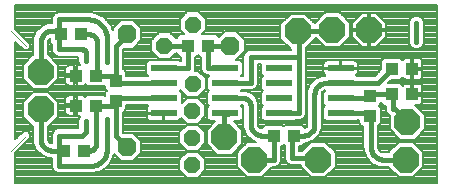
<source format=gtl>
G75*
G70*
%OFA0B0*%
%FSLAX24Y24*%
%IPPOS*%
%LPD*%
%AMOC8*
5,1,8,0,0,1.08239X$1,22.5*
%
%ADD10R,0.0866X0.0236*%
%ADD11OC8,0.0560*%
%ADD12OC8,0.0630*%
%ADD13OC8,0.0850*%
%ADD14R,0.0394X0.0433*%
%ADD15R,0.0433X0.0394*%
%ADD16C,0.0080*%
%ADD17C,0.0160*%
%ADD18C,0.0000*%
D10*
X005245Y004261D03*
X007292Y004261D03*
X005245Y004761D03*
X005245Y003761D03*
X005245Y003261D03*
X007292Y004761D03*
X007292Y003761D03*
X007292Y003261D03*
X011142Y003761D03*
X009095Y003761D03*
X011142Y003261D03*
X011142Y004261D03*
X011142Y004761D03*
X009095Y003261D03*
X009095Y004261D03*
X009095Y004761D03*
D11*
X005268Y005511D03*
X006218Y004236D03*
X006193Y002436D03*
X006193Y003336D03*
X006193Y001536D03*
X006218Y006211D03*
D12*
X007468Y005511D03*
X004018Y005886D03*
X004018Y002136D03*
D13*
X008268Y001711D03*
X007268Y002461D03*
X012093Y006036D03*
X010868Y006036D03*
X001143Y003386D03*
X001143Y004636D03*
X013318Y001711D03*
X013368Y002961D03*
X010393Y001711D03*
X009718Y005986D03*
D14*
X003643Y003677D03*
X003643Y004346D03*
X006059Y005511D03*
X006728Y005511D03*
X001934Y002011D03*
X002603Y002011D03*
X001809Y005886D03*
X002478Y005886D03*
X013528Y004736D03*
X012859Y004736D03*
X012859Y003886D03*
X013528Y003886D03*
D15*
X002978Y004511D03*
X002309Y004511D03*
X002309Y003511D03*
X002978Y003511D03*
X009578Y002511D03*
X008909Y002511D03*
X012118Y003177D03*
X012118Y003846D03*
D16*
X014354Y000921D02*
X000303Y000921D01*
X000303Y001945D01*
X000803Y002445D01*
X000803Y002578D01*
X000710Y002671D01*
X000577Y002671D01*
X000303Y002398D01*
X000303Y005625D01*
X000577Y005351D01*
X000710Y005351D01*
X000803Y005445D01*
X000803Y005578D01*
X000303Y006078D01*
X000303Y006848D01*
X014354Y006851D01*
X014354Y000921D01*
X013428Y006309D02*
X013428Y005589D01*
X013465Y005500D01*
X013532Y005433D01*
X013621Y005396D01*
X013716Y005396D01*
X013804Y005433D01*
X013872Y005500D01*
X013908Y005589D01*
X013908Y006309D01*
X013872Y006397D01*
X013804Y006465D01*
X013716Y006501D01*
X013621Y006501D01*
X013532Y006465D01*
X013465Y006397D01*
X013428Y006309D01*
X006633Y001354D02*
X006633Y001719D01*
X006376Y001976D01*
X006011Y001976D01*
X005753Y001719D01*
X005753Y001354D01*
X006011Y001096D01*
X006376Y001096D01*
X006633Y001354D01*
X011859Y005471D02*
X012053Y005471D01*
X012053Y005996D01*
X012133Y005996D01*
X012133Y005471D01*
X012327Y005471D01*
X012658Y005802D01*
X012658Y005996D01*
X012134Y005996D01*
X012134Y006076D01*
X012658Y006076D01*
X012658Y006270D01*
X012327Y006601D01*
X012133Y006601D01*
X012133Y006077D01*
X012053Y006077D01*
X012053Y006601D01*
X011859Y006601D01*
X011528Y006270D01*
X011528Y006076D01*
X012053Y006076D01*
X012053Y005996D01*
X011528Y005996D01*
X011528Y005802D01*
X011859Y005471D01*
X013568Y004243D02*
X013568Y003927D01*
X013488Y003927D01*
X013488Y004243D01*
X013313Y004243D01*
X013277Y004233D01*
X013245Y004215D01*
X013219Y004189D01*
X013211Y004174D01*
X013122Y004263D01*
X012731Y004263D01*
X012826Y004360D01*
X013122Y004360D01*
X013211Y004449D01*
X013219Y004434D01*
X013245Y004408D01*
X013277Y004389D01*
X013313Y004380D01*
X013488Y004380D01*
X013488Y004696D01*
X013568Y004696D01*
X013568Y004380D01*
X013743Y004380D01*
X013779Y004389D01*
X013811Y004408D01*
X013837Y004434D01*
X013855Y004466D01*
X013865Y004501D01*
X013865Y004696D01*
X013568Y004696D01*
X013568Y004776D01*
X013865Y004776D01*
X013865Y004971D01*
X013855Y005007D01*
X013837Y005039D01*
X013811Y005065D01*
X013779Y005083D01*
X013743Y005093D01*
X013568Y005093D01*
X013568Y004777D01*
X013488Y004777D01*
X013488Y005093D01*
X013313Y005093D01*
X013277Y005083D01*
X013245Y005065D01*
X013219Y005039D01*
X013211Y005024D01*
X013122Y005113D01*
X012596Y005113D01*
X012502Y005019D01*
X012502Y004715D01*
X012293Y004501D01*
X011680Y004501D01*
X011654Y004527D01*
X011661Y004531D01*
X011687Y004557D01*
X011706Y004589D01*
X011715Y004625D01*
X011715Y004742D01*
X011161Y004742D01*
X011161Y004780D01*
X011715Y004780D01*
X011715Y004898D01*
X011706Y004934D01*
X011687Y004965D01*
X011661Y004992D01*
X011629Y005010D01*
X011594Y005019D01*
X011161Y005019D01*
X011161Y004781D01*
X011123Y004781D01*
X011123Y005019D01*
X010691Y005019D01*
X010655Y005010D01*
X010623Y004992D01*
X010597Y004965D01*
X010579Y004934D01*
X010569Y004898D01*
X010569Y004780D01*
X011123Y004780D01*
X011123Y004742D01*
X010569Y004742D01*
X010569Y004625D01*
X010579Y004589D01*
X010597Y004557D01*
X010623Y004531D01*
X010630Y004527D01*
X010605Y004501D01*
X010596Y004501D01*
X010521Y004501D01*
X010295Y004408D01*
X010295Y004408D01*
X010122Y004235D01*
X010122Y004235D01*
X010122Y004235D01*
X010028Y004009D01*
X010028Y004009D01*
X010028Y003934D01*
X010028Y002886D01*
X010026Y002860D01*
X010006Y002811D01*
X009968Y002774D01*
X009955Y002768D01*
X009955Y002775D01*
X009861Y002868D01*
X009295Y002868D01*
X009243Y002816D01*
X009192Y002868D01*
X008626Y002868D01*
X008532Y002775D01*
X008532Y002751D01*
X008518Y002751D01*
X008492Y002754D01*
X008443Y002774D01*
X008406Y002811D01*
X008386Y002860D01*
X008383Y002886D01*
X008383Y002925D01*
X008383Y002934D01*
X008383Y003559D01*
X008383Y003559D01*
X008383Y003609D01*
X008383Y003609D01*
X008309Y003789D01*
X008309Y003789D01*
X008171Y003927D01*
X008171Y003927D01*
X007991Y004001D01*
X007991Y004001D01*
X007941Y004001D01*
X007941Y004001D01*
X007894Y004001D01*
X007893Y004001D01*
X007846Y004001D01*
X007830Y004001D01*
X007819Y004011D01*
X007829Y004021D01*
X008191Y004021D01*
X008279Y004058D01*
X008347Y004125D01*
X008383Y004214D01*
X008383Y004309D01*
X008383Y004896D01*
X008502Y004896D01*
X008502Y004577D01*
X008567Y004511D01*
X008502Y004446D01*
X008502Y004077D01*
X008567Y004011D01*
X008502Y003946D01*
X008502Y003577D01*
X008567Y003511D01*
X008502Y003446D01*
X008502Y003077D01*
X008595Y002983D01*
X009594Y002983D01*
X009632Y003021D01*
X009696Y003021D01*
X009791Y003021D01*
X009879Y003058D01*
X009947Y003125D01*
X009983Y003214D01*
X009983Y005089D01*
X009983Y005424D01*
X010303Y005744D01*
X010303Y005771D01*
X010306Y005771D01*
X010626Y005451D01*
X011111Y005451D01*
X011453Y005794D01*
X011453Y006279D01*
X011111Y006621D01*
X010626Y006621D01*
X010283Y006279D01*
X010283Y006251D01*
X010281Y006251D01*
X009961Y006571D01*
X009476Y006571D01*
X009133Y006229D01*
X009133Y005744D01*
X009476Y005401D01*
X009503Y005401D01*
X009503Y005376D01*
X008096Y005376D01*
X008007Y005340D01*
X007940Y005272D01*
X007903Y005184D01*
X007903Y005089D01*
X007903Y004501D01*
X007829Y004501D01*
X007819Y004511D01*
X007885Y004577D01*
X007885Y004946D01*
X007791Y005039D01*
X007668Y005039D01*
X007943Y005315D01*
X007943Y005708D01*
X007665Y005986D01*
X007272Y005986D01*
X007082Y005797D01*
X006991Y005888D01*
X006517Y005888D01*
X006658Y006029D01*
X006658Y006394D01*
X006401Y006651D01*
X006036Y006651D01*
X005778Y006394D01*
X005778Y006029D01*
X005920Y005888D01*
X005796Y005888D01*
X005702Y005794D01*
X005702Y005751D01*
X005651Y005751D01*
X005451Y005951D01*
X005086Y005951D01*
X004828Y005694D01*
X004828Y005329D01*
X005086Y005071D01*
X005451Y005071D01*
X005651Y005271D01*
X005702Y005271D01*
X005702Y005229D01*
X005796Y005135D01*
X005819Y005135D01*
X005819Y005001D01*
X005782Y005001D01*
X005744Y005039D01*
X004745Y005039D01*
X004652Y004946D01*
X004652Y004577D01*
X004717Y004511D01*
X004707Y004501D01*
X004000Y004501D01*
X004000Y004629D01*
X003907Y004723D01*
X003883Y004723D01*
X003883Y005411D01*
X004215Y005411D01*
X004493Y005690D01*
X004493Y006083D01*
X004215Y006361D01*
X003822Y006361D01*
X003543Y006083D01*
X003543Y006028D01*
X003490Y006192D01*
X003490Y006192D01*
X003267Y006455D01*
X003267Y006455D01*
X003267Y006455D01*
X002959Y006612D01*
X002959Y006612D01*
X002825Y006623D01*
X002816Y006626D01*
X002778Y006626D01*
X002740Y006629D01*
X002731Y006626D01*
X001721Y006626D01*
X001632Y006590D01*
X001565Y006522D01*
X001528Y006434D01*
X001528Y006339D01*
X001528Y006251D01*
X001471Y006251D01*
X001396Y006251D01*
X001396Y006251D01*
X001170Y006158D01*
X001170Y006158D01*
X000997Y005985D01*
X000997Y005985D01*
X000903Y005759D01*
X000903Y005759D01*
X000903Y005684D01*
X000903Y005221D01*
X000901Y005221D01*
X000558Y004879D01*
X000558Y004394D01*
X000901Y004051D01*
X001386Y004051D01*
X001728Y004394D01*
X001728Y004879D01*
X001386Y005221D01*
X001383Y005221D01*
X001383Y005636D01*
X001386Y005663D01*
X001406Y005711D01*
X001443Y005749D01*
X001452Y005752D01*
X001452Y005604D01*
X001528Y005527D01*
X001528Y005434D01*
X001528Y005339D01*
X001565Y005250D01*
X001632Y005183D01*
X001721Y005146D01*
X002403Y005146D01*
X002403Y004964D01*
X002440Y004875D01*
X002467Y004848D01*
X002349Y004848D01*
X002349Y004552D01*
X002269Y004552D01*
X002269Y004848D01*
X002074Y004848D01*
X002038Y004839D01*
X002006Y004820D01*
X001980Y004794D01*
X001962Y004762D01*
X001952Y004727D01*
X001952Y004551D01*
X002269Y004551D01*
X002269Y004471D01*
X001952Y004471D01*
X001952Y004296D01*
X001962Y004261D01*
X001980Y004229D01*
X002006Y004203D01*
X002038Y004184D01*
X002074Y004175D01*
X002269Y004175D01*
X002269Y004471D01*
X002349Y004471D01*
X002349Y004175D01*
X002544Y004175D01*
X002579Y004184D01*
X002611Y004203D01*
X002629Y004221D01*
X002695Y004155D01*
X003261Y004155D01*
X003287Y004180D01*
X003287Y004063D01*
X003338Y004011D01*
X003287Y003960D01*
X003287Y003842D01*
X003261Y003868D01*
X002695Y003868D01*
X002629Y003802D01*
X002611Y003820D01*
X002579Y003839D01*
X002544Y003848D01*
X002349Y003848D01*
X002349Y003552D01*
X002269Y003552D01*
X002269Y003848D01*
X002074Y003848D01*
X002038Y003839D01*
X002006Y003820D01*
X001980Y003794D01*
X001962Y003762D01*
X001952Y003727D01*
X001952Y003551D01*
X002269Y003551D01*
X002269Y003471D01*
X001952Y003471D01*
X001952Y003296D01*
X001962Y003261D01*
X001980Y003229D01*
X002006Y003203D01*
X002038Y003184D01*
X002074Y003175D01*
X002269Y003175D01*
X002269Y003471D01*
X002349Y003471D01*
X002349Y003175D01*
X002467Y003175D01*
X002440Y003147D01*
X002403Y003059D01*
X002403Y002751D01*
X001721Y002751D01*
X001632Y002715D01*
X001565Y002647D01*
X001528Y002559D01*
X001528Y002464D01*
X001528Y002251D01*
X001518Y002251D01*
X001492Y002254D01*
X001443Y002274D01*
X001443Y002274D01*
X001406Y002311D01*
X001386Y002360D01*
X001383Y002386D01*
X001383Y002434D01*
X001383Y002801D01*
X001386Y002801D01*
X001728Y003144D01*
X001728Y003629D01*
X001386Y003971D01*
X000901Y003971D01*
X000558Y003629D01*
X000558Y003144D01*
X000901Y002801D01*
X000903Y002801D01*
X000903Y002434D01*
X000903Y002386D01*
X000903Y002264D01*
X000903Y002264D01*
X000997Y002038D01*
X000997Y002038D01*
X001170Y001865D01*
X001396Y001771D01*
X001471Y001771D01*
X001528Y001771D01*
X001528Y001559D01*
X001528Y001464D01*
X001565Y001375D01*
X001632Y001308D01*
X001721Y001271D01*
X002754Y001271D01*
X002889Y001255D01*
X002889Y001255D01*
X003179Y001336D01*
X003179Y001336D01*
X003415Y001521D01*
X003416Y001521D01*
X003416Y001521D01*
X003563Y001783D01*
X003563Y001783D01*
X003578Y001900D01*
X003579Y001904D01*
X003822Y001661D01*
X004215Y001661D01*
X004493Y001940D01*
X004493Y002333D01*
X004215Y002611D01*
X003883Y002611D01*
X003883Y003300D01*
X003907Y003300D01*
X004000Y003394D01*
X004000Y003521D01*
X004707Y003521D01*
X004733Y003496D01*
X004726Y003492D01*
X004700Y003465D01*
X004681Y003434D01*
X004672Y003398D01*
X004672Y003280D01*
X005226Y003280D01*
X005226Y003242D01*
X004672Y003242D01*
X004672Y003125D01*
X004681Y003089D01*
X004700Y003057D01*
X004726Y003031D01*
X004758Y003013D01*
X004793Y003003D01*
X005226Y003003D01*
X005226Y003242D01*
X005264Y003242D01*
X005264Y003003D01*
X005696Y003003D01*
X005732Y003013D01*
X005764Y003031D01*
X005790Y003057D01*
X005808Y003089D01*
X005810Y003097D01*
X006011Y002896D01*
X006376Y002896D01*
X006633Y003154D01*
X006633Y003519D01*
X006376Y003776D01*
X006011Y003776D01*
X005838Y003603D01*
X005838Y003946D01*
X005772Y004011D01*
X005797Y004036D01*
X006036Y003796D01*
X006401Y003796D01*
X006658Y004054D01*
X006658Y004419D01*
X006401Y004676D01*
X006283Y004676D01*
X006299Y004714D01*
X006299Y005135D01*
X006322Y005135D01*
X006393Y005206D01*
X006465Y005135D01*
X006488Y005135D01*
X006488Y004714D01*
X006525Y004625D01*
X006592Y004558D01*
X006680Y004521D01*
X006755Y004521D01*
X006765Y004511D01*
X006699Y004446D01*
X006699Y004077D01*
X006765Y004011D01*
X006699Y003946D01*
X006699Y003577D01*
X006765Y003511D01*
X006699Y003446D01*
X006699Y003077D01*
X006793Y002983D01*
X006963Y002983D01*
X006683Y002704D01*
X006683Y002219D01*
X007026Y001876D01*
X007511Y001876D01*
X007853Y002219D01*
X007853Y002704D01*
X007574Y002983D01*
X007791Y002983D01*
X007885Y003077D01*
X007885Y003446D01*
X007819Y003511D01*
X007830Y003521D01*
X007846Y003521D01*
X007893Y003521D01*
X007895Y003521D01*
X007899Y003520D01*
X007902Y003517D01*
X007903Y003513D01*
X007903Y003511D01*
X007903Y002934D01*
X007903Y002925D01*
X007903Y002839D01*
X007903Y002764D01*
X007903Y002764D01*
X007997Y002538D01*
X007997Y002538D01*
X008170Y002365D01*
X008170Y002365D01*
X008336Y002296D01*
X008026Y002296D01*
X007683Y001954D01*
X007683Y001469D01*
X008026Y001126D01*
X008511Y001126D01*
X008853Y001469D01*
X008853Y001471D01*
X008861Y001471D01*
X008957Y001471D01*
X009045Y001508D01*
X009112Y001575D01*
X009149Y001664D01*
X009149Y002155D01*
X009192Y002155D01*
X009243Y002206D01*
X009278Y002171D01*
X009278Y001809D01*
X009278Y001714D01*
X009315Y001625D01*
X009382Y001558D01*
X009471Y001521D01*
X009808Y001521D01*
X009808Y001469D01*
X010151Y001126D01*
X010636Y001126D01*
X010978Y001469D01*
X010978Y001954D01*
X010636Y002296D01*
X010151Y002296D01*
X009856Y002001D01*
X009758Y002001D01*
X009758Y002155D01*
X009861Y002155D01*
X009955Y002248D01*
X009955Y002271D01*
X010016Y002271D01*
X010016Y002271D01*
X010242Y002365D01*
X010242Y002365D01*
X010415Y002538D01*
X010415Y002538D01*
X010508Y002764D01*
X010508Y002764D01*
X010508Y002839D01*
X010508Y003887D01*
X010511Y003913D01*
X010531Y003961D01*
X010568Y003999D01*
X010610Y004016D01*
X010615Y004011D01*
X010549Y003946D01*
X010549Y003577D01*
X010615Y003511D01*
X010549Y003446D01*
X010549Y003077D01*
X010643Y002983D01*
X011641Y002983D01*
X011680Y003021D01*
X011742Y003021D01*
X011742Y002914D01*
X011836Y002820D01*
X011903Y002820D01*
X011903Y002089D01*
X011904Y002089D01*
X011904Y002004D01*
X011904Y002004D01*
X012005Y001760D01*
X012005Y001760D01*
X012192Y001573D01*
X012192Y001573D01*
X012436Y001471D01*
X012436Y001471D01*
X012521Y001471D01*
X012521Y001471D01*
X012733Y001471D01*
X012733Y001469D01*
X013076Y001126D01*
X013561Y001126D01*
X013903Y001469D01*
X013903Y001954D01*
X013561Y002296D01*
X013076Y002296D01*
X012733Y001954D01*
X012733Y001951D01*
X012568Y001951D01*
X012532Y001955D01*
X012466Y001983D01*
X012415Y002034D01*
X012387Y002100D01*
X012383Y002136D01*
X012383Y002820D01*
X012401Y002820D01*
X012495Y002914D01*
X012495Y003440D01*
X012423Y003511D01*
X012495Y003583D01*
X012495Y003646D01*
X012502Y003646D01*
X012502Y003604D01*
X012596Y003510D01*
X012653Y003510D01*
X012653Y003434D01*
X012653Y003339D01*
X012690Y003250D01*
X012757Y003183D01*
X012783Y003172D01*
X012783Y002719D01*
X013126Y002376D01*
X013611Y002376D01*
X013953Y002719D01*
X013953Y003204D01*
X013627Y003530D01*
X013743Y003530D01*
X013779Y003539D01*
X013811Y003558D01*
X013837Y003584D01*
X013855Y003616D01*
X013865Y003651D01*
X013865Y003846D01*
X013568Y003846D01*
X013568Y003926D01*
X013865Y003926D01*
X013865Y004121D01*
X013855Y004157D01*
X013837Y004189D01*
X013811Y004215D01*
X013779Y004233D01*
X013743Y004243D01*
X013568Y004243D01*
X006633Y002254D02*
X006633Y002619D01*
X006376Y002876D01*
X006011Y002876D01*
X005753Y002619D01*
X005753Y002254D01*
X006011Y001996D01*
X006376Y001996D01*
X006633Y002254D01*
X000303Y000955D02*
X014354Y000955D01*
X014354Y001033D02*
X000303Y001033D01*
X000303Y001112D02*
X005996Y001112D01*
X006391Y001112D02*
X014354Y001112D01*
X005917Y001190D02*
X000303Y001190D01*
X006470Y001190D02*
X007962Y001190D01*
X008575Y001190D02*
X010087Y001190D01*
X010700Y001190D02*
X013012Y001190D01*
X013625Y001190D02*
X014354Y001190D01*
X002774Y001269D02*
X000303Y001269D01*
X002939Y001269D02*
X005839Y001269D01*
X006548Y001269D02*
X007884Y001269D01*
X008653Y001269D02*
X010009Y001269D01*
X010778Y001269D02*
X012934Y001269D01*
X013703Y001269D02*
X014354Y001269D01*
X001593Y001347D02*
X000303Y001347D01*
X003194Y001347D02*
X005760Y001347D01*
X006627Y001347D02*
X007805Y001347D01*
X008732Y001347D02*
X009930Y001347D01*
X010857Y001347D02*
X012855Y001347D01*
X013782Y001347D02*
X014354Y001347D01*
X001544Y001426D02*
X000303Y001426D01*
X003294Y001426D02*
X005753Y001426D01*
X006633Y001426D02*
X007727Y001426D01*
X008810Y001426D02*
X009852Y001426D01*
X010935Y001426D02*
X012777Y001426D01*
X013860Y001426D02*
X014354Y001426D01*
X001528Y001505D02*
X000303Y001505D01*
X003394Y001505D02*
X005753Y001505D01*
X006633Y001505D02*
X007683Y001505D01*
X009036Y001505D02*
X009808Y001505D01*
X010978Y001505D02*
X012356Y001505D01*
X013903Y001505D02*
X014354Y001505D01*
X001528Y001583D02*
X000303Y001583D01*
X003451Y001583D02*
X005753Y001583D01*
X006633Y001583D02*
X007683Y001583D01*
X009115Y001583D02*
X009357Y001583D01*
X010978Y001583D02*
X012181Y001583D01*
X013903Y001583D02*
X014354Y001583D01*
X001528Y001662D02*
X000303Y001662D01*
X003495Y001662D02*
X003821Y001662D01*
X004215Y001662D02*
X005753Y001662D01*
X006633Y001662D02*
X007683Y001662D01*
X009148Y001662D02*
X009300Y001662D01*
X010978Y001662D02*
X012103Y001662D01*
X013903Y001662D02*
X014354Y001662D01*
X001528Y001740D02*
X000303Y001740D01*
X003539Y001740D02*
X003743Y001740D01*
X004294Y001740D02*
X005775Y001740D01*
X006612Y001740D02*
X007683Y001740D01*
X009149Y001740D02*
X009278Y001740D01*
X010978Y001740D02*
X012024Y001740D01*
X013903Y001740D02*
X014354Y001740D01*
X001282Y001819D02*
X000303Y001819D01*
X003568Y001819D02*
X003664Y001819D01*
X004372Y001819D02*
X005854Y001819D01*
X006533Y001819D02*
X007683Y001819D01*
X009149Y001819D02*
X009278Y001819D01*
X010978Y001819D02*
X011980Y001819D01*
X013903Y001819D02*
X014354Y001819D01*
X001138Y001897D02*
X000303Y001897D01*
X003577Y001897D02*
X003586Y001897D01*
X004451Y001897D02*
X005932Y001897D01*
X006455Y001897D02*
X007005Y001897D01*
X007532Y001897D02*
X007683Y001897D01*
X009149Y001897D02*
X009278Y001897D01*
X010978Y001897D02*
X011948Y001897D01*
X013903Y001897D02*
X014354Y001897D01*
X001059Y001976D02*
X000334Y001976D01*
X004493Y001976D02*
X006011Y001976D01*
X006376Y001976D02*
X006927Y001976D01*
X007610Y001976D02*
X007706Y001976D01*
X009149Y001976D02*
X009278Y001976D01*
X010956Y001976D02*
X011915Y001976D01*
X012482Y001976D02*
X012756Y001976D01*
X013881Y001976D02*
X014354Y001976D01*
X000990Y002054D02*
X000413Y002054D01*
X004493Y002054D02*
X005953Y002054D01*
X006434Y002054D02*
X006848Y002054D01*
X007689Y002054D02*
X007784Y002054D01*
X009149Y002054D02*
X009278Y002054D01*
X009758Y002054D02*
X009909Y002054D01*
X010878Y002054D02*
X011904Y002054D01*
X012406Y002054D02*
X012834Y002054D01*
X013803Y002054D02*
X014354Y002054D01*
X000958Y002133D02*
X000491Y002133D01*
X004493Y002133D02*
X005875Y002133D01*
X006512Y002133D02*
X006770Y002133D01*
X007767Y002133D02*
X007863Y002133D01*
X009149Y002133D02*
X009278Y002133D01*
X009758Y002133D02*
X009988Y002133D01*
X010799Y002133D02*
X011903Y002133D01*
X012384Y002133D02*
X012913Y002133D01*
X013724Y002133D02*
X014354Y002133D01*
X000925Y002211D02*
X000570Y002211D01*
X004493Y002211D02*
X005796Y002211D01*
X006591Y002211D02*
X006691Y002211D01*
X007846Y002211D02*
X007941Y002211D01*
X009918Y002211D02*
X010066Y002211D01*
X010721Y002211D02*
X011903Y002211D01*
X012383Y002211D02*
X012991Y002211D01*
X013646Y002211D02*
X014354Y002211D01*
X000903Y002290D02*
X000648Y002290D01*
X001428Y002290D02*
X001528Y002290D01*
X004493Y002290D02*
X005753Y002290D01*
X006633Y002290D02*
X006683Y002290D01*
X007853Y002290D02*
X008020Y002290D01*
X010061Y002290D02*
X010145Y002290D01*
X010642Y002290D02*
X011903Y002290D01*
X012383Y002290D02*
X013070Y002290D01*
X013567Y002290D02*
X014354Y002290D01*
X000903Y002369D02*
X000727Y002369D01*
X001385Y002369D02*
X001528Y002369D01*
X004458Y002369D02*
X005753Y002369D01*
X006633Y002369D02*
X006683Y002369D01*
X007853Y002369D02*
X008167Y002369D01*
X010245Y002369D02*
X011903Y002369D01*
X012383Y002369D02*
X014354Y002369D01*
X000353Y002447D02*
X000303Y002447D01*
X000803Y002447D02*
X000903Y002447D01*
X001383Y002447D02*
X001528Y002447D01*
X004380Y002447D02*
X005753Y002447D01*
X006633Y002447D02*
X006683Y002447D01*
X007853Y002447D02*
X008088Y002447D01*
X010324Y002447D02*
X011903Y002447D01*
X012383Y002447D02*
X013056Y002447D01*
X013681Y002447D02*
X014354Y002447D01*
X000431Y002526D02*
X000303Y002526D01*
X000803Y002526D02*
X000903Y002526D01*
X001383Y002526D02*
X001528Y002526D01*
X004301Y002526D02*
X005753Y002526D01*
X006633Y002526D02*
X006683Y002526D01*
X007853Y002526D02*
X008010Y002526D01*
X010402Y002526D02*
X011903Y002526D01*
X012383Y002526D02*
X012977Y002526D01*
X013760Y002526D02*
X014354Y002526D01*
X000510Y002604D02*
X000303Y002604D01*
X000777Y002604D02*
X000903Y002604D01*
X001383Y002604D02*
X001547Y002604D01*
X004222Y002604D02*
X005753Y002604D01*
X006633Y002604D02*
X006683Y002604D01*
X007853Y002604D02*
X007970Y002604D01*
X010442Y002604D02*
X011903Y002604D01*
X012383Y002604D02*
X012898Y002604D01*
X013838Y002604D02*
X014354Y002604D01*
X000903Y002683D02*
X000303Y002683D01*
X001383Y002683D02*
X001600Y002683D01*
X003883Y002683D02*
X005818Y002683D01*
X006569Y002683D02*
X006683Y002683D01*
X007853Y002683D02*
X007937Y002683D01*
X010475Y002683D02*
X011903Y002683D01*
X012383Y002683D02*
X012820Y002683D01*
X013917Y002683D02*
X014354Y002683D01*
X000903Y002761D02*
X000303Y002761D01*
X001383Y002761D02*
X002403Y002761D01*
X003883Y002761D02*
X005896Y002761D01*
X006491Y002761D02*
X006741Y002761D01*
X007796Y002761D02*
X007905Y002761D01*
X008475Y002761D02*
X008532Y002761D01*
X010507Y002761D02*
X011903Y002761D01*
X012383Y002761D02*
X012783Y002761D01*
X013953Y002761D02*
X014354Y002761D01*
X000863Y002840D02*
X000303Y002840D01*
X001424Y002840D02*
X002403Y002840D01*
X003883Y002840D02*
X005975Y002840D01*
X006412Y002840D02*
X006820Y002840D01*
X007717Y002840D02*
X007903Y002840D01*
X008394Y002840D02*
X008598Y002840D01*
X009220Y002840D02*
X009267Y002840D01*
X009889Y002840D02*
X010017Y002840D01*
X010508Y002840D02*
X011816Y002840D01*
X012421Y002840D02*
X012783Y002840D01*
X013953Y002840D02*
X014354Y002840D01*
X000784Y002918D02*
X000303Y002918D01*
X001503Y002918D02*
X002403Y002918D01*
X003883Y002918D02*
X005989Y002918D01*
X006398Y002918D02*
X006898Y002918D01*
X007639Y002918D02*
X007903Y002918D01*
X008383Y002918D02*
X010028Y002918D01*
X010508Y002918D02*
X011742Y002918D01*
X012495Y002918D02*
X012783Y002918D01*
X013953Y002918D02*
X014354Y002918D01*
X000706Y002997D02*
X000303Y002997D01*
X001581Y002997D02*
X002403Y002997D01*
X003883Y002997D02*
X005911Y002997D01*
X006476Y002997D02*
X006779Y002997D01*
X007805Y002997D02*
X007903Y002997D01*
X008383Y002997D02*
X008582Y002997D01*
X009608Y002997D02*
X010028Y002997D01*
X010508Y002997D02*
X010629Y002997D01*
X011655Y002997D02*
X011742Y002997D01*
X012495Y002997D02*
X012783Y002997D01*
X013953Y002997D02*
X014354Y002997D01*
X000627Y003075D02*
X000303Y003075D01*
X001660Y003075D02*
X002410Y003075D01*
X003883Y003075D02*
X004689Y003075D01*
X005226Y003075D02*
X005264Y003075D01*
X005800Y003075D02*
X005832Y003075D01*
X006555Y003075D02*
X006701Y003075D01*
X007884Y003075D02*
X007903Y003075D01*
X008383Y003075D02*
X008503Y003075D01*
X009897Y003075D02*
X010028Y003075D01*
X010508Y003075D02*
X010551Y003075D01*
X012495Y003075D02*
X012783Y003075D01*
X013953Y003075D02*
X014354Y003075D01*
X000558Y003154D02*
X000303Y003154D01*
X001728Y003154D02*
X002447Y003154D01*
X003883Y003154D02*
X004672Y003154D01*
X005226Y003154D02*
X005264Y003154D01*
X006633Y003154D02*
X006699Y003154D01*
X007885Y003154D02*
X007903Y003154D01*
X008383Y003154D02*
X008502Y003154D01*
X009959Y003154D02*
X010028Y003154D01*
X010508Y003154D02*
X010549Y003154D01*
X012495Y003154D02*
X012783Y003154D01*
X013953Y003154D02*
X014354Y003154D01*
X000558Y003232D02*
X000303Y003232D01*
X001728Y003232D02*
X001978Y003232D01*
X002269Y003232D02*
X002349Y003232D01*
X003883Y003232D02*
X004672Y003232D01*
X005226Y003232D02*
X005264Y003232D01*
X006633Y003232D02*
X006699Y003232D01*
X007885Y003232D02*
X007903Y003232D01*
X008383Y003232D02*
X008502Y003232D01*
X009983Y003232D02*
X010028Y003232D01*
X010508Y003232D02*
X010549Y003232D01*
X012495Y003232D02*
X012708Y003232D01*
X013925Y003232D02*
X014354Y003232D01*
X000558Y003311D02*
X000303Y003311D01*
X001728Y003311D02*
X001952Y003311D01*
X002269Y003311D02*
X002349Y003311D01*
X003917Y003311D02*
X004672Y003311D01*
X006633Y003311D02*
X006699Y003311D01*
X007885Y003311D02*
X007903Y003311D01*
X008383Y003311D02*
X008502Y003311D01*
X009983Y003311D02*
X010028Y003311D01*
X010508Y003311D02*
X010549Y003311D01*
X012495Y003311D02*
X012665Y003311D01*
X013846Y003311D02*
X014354Y003311D01*
X000558Y003390D02*
X000303Y003390D01*
X001728Y003390D02*
X001952Y003390D01*
X002269Y003390D02*
X002349Y003390D01*
X003996Y003390D02*
X004672Y003390D01*
X006633Y003390D02*
X006699Y003390D01*
X007885Y003390D02*
X007903Y003390D01*
X008383Y003390D02*
X008502Y003390D01*
X009983Y003390D02*
X010028Y003390D01*
X010508Y003390D02*
X010549Y003390D01*
X012495Y003390D02*
X012653Y003390D01*
X013768Y003390D02*
X014354Y003390D01*
X000558Y003468D02*
X000303Y003468D01*
X001728Y003468D02*
X001952Y003468D01*
X002269Y003468D02*
X002349Y003468D01*
X004000Y003468D02*
X004702Y003468D01*
X006633Y003468D02*
X006721Y003468D01*
X007863Y003468D02*
X007903Y003468D01*
X008383Y003468D02*
X008524Y003468D01*
X009983Y003468D02*
X010028Y003468D01*
X010508Y003468D02*
X010571Y003468D01*
X012467Y003468D02*
X012653Y003468D01*
X013689Y003468D02*
X014354Y003468D01*
X000558Y003547D02*
X000303Y003547D01*
X001728Y003547D02*
X002269Y003547D01*
X006605Y003547D02*
X006729Y003547D01*
X008383Y003547D02*
X008532Y003547D01*
X009983Y003547D02*
X010028Y003547D01*
X010508Y003547D02*
X010579Y003547D01*
X012459Y003547D02*
X012559Y003547D01*
X013791Y003547D02*
X014354Y003547D01*
X000558Y003625D02*
X000303Y003625D01*
X001728Y003625D02*
X001952Y003625D01*
X002269Y003625D02*
X002349Y003625D01*
X005838Y003625D02*
X005860Y003625D01*
X006527Y003625D02*
X006699Y003625D01*
X008377Y003625D02*
X008502Y003625D01*
X009983Y003625D02*
X010028Y003625D01*
X010508Y003625D02*
X010549Y003625D01*
X012495Y003625D02*
X012502Y003625D01*
X013858Y003625D02*
X014354Y003625D01*
X000634Y003704D02*
X000303Y003704D01*
X001653Y003704D02*
X001952Y003704D01*
X002269Y003704D02*
X002349Y003704D01*
X005838Y003704D02*
X005939Y003704D01*
X006448Y003704D02*
X006699Y003704D01*
X008344Y003704D02*
X008502Y003704D01*
X009983Y003704D02*
X010028Y003704D01*
X010508Y003704D02*
X010549Y003704D01*
X013865Y003704D02*
X014354Y003704D01*
X000712Y003782D02*
X000303Y003782D01*
X001575Y003782D02*
X001973Y003782D01*
X002269Y003782D02*
X002349Y003782D01*
X005838Y003782D02*
X006699Y003782D01*
X008312Y003782D02*
X008502Y003782D01*
X009983Y003782D02*
X010028Y003782D01*
X010508Y003782D02*
X010549Y003782D01*
X013865Y003782D02*
X014354Y003782D01*
X000791Y003861D02*
X000303Y003861D01*
X001496Y003861D02*
X002688Y003861D01*
X003268Y003861D02*
X003287Y003861D01*
X005838Y003861D02*
X005972Y003861D01*
X006465Y003861D02*
X006699Y003861D01*
X008237Y003861D02*
X008502Y003861D01*
X009983Y003861D02*
X010028Y003861D01*
X010508Y003861D02*
X010549Y003861D01*
X013568Y003861D02*
X014354Y003861D01*
X000869Y003939D02*
X000303Y003939D01*
X001418Y003939D02*
X003287Y003939D01*
X005838Y003939D02*
X005893Y003939D01*
X006544Y003939D02*
X006699Y003939D01*
X008141Y003939D02*
X008502Y003939D01*
X009983Y003939D02*
X010028Y003939D01*
X010522Y003939D02*
X010549Y003939D01*
X013488Y003939D02*
X013568Y003939D01*
X013865Y003939D02*
X014354Y003939D01*
X003332Y004018D02*
X000303Y004018D01*
X005779Y004018D02*
X005815Y004018D01*
X006622Y004018D02*
X006758Y004018D01*
X007826Y004018D02*
X008561Y004018D01*
X009983Y004018D02*
X010032Y004018D01*
X013488Y004018D02*
X013568Y004018D01*
X013865Y004018D02*
X014354Y004018D01*
X000856Y004096D02*
X000303Y004096D01*
X001431Y004096D02*
X003287Y004096D01*
X006658Y004096D02*
X006699Y004096D01*
X008318Y004096D02*
X008502Y004096D01*
X009983Y004096D02*
X010065Y004096D01*
X013488Y004096D02*
X013568Y004096D01*
X013865Y004096D02*
X014354Y004096D01*
X000778Y004175D02*
X000303Y004175D01*
X001509Y004175D02*
X002072Y004175D01*
X002269Y004175D02*
X002349Y004175D01*
X002545Y004175D02*
X002675Y004175D01*
X003281Y004175D02*
X003287Y004175D01*
X006658Y004175D02*
X006699Y004175D01*
X008367Y004175D02*
X008502Y004175D01*
X009983Y004175D02*
X010097Y004175D01*
X013210Y004175D02*
X013211Y004175D01*
X013488Y004175D02*
X013568Y004175D01*
X013845Y004175D02*
X014354Y004175D01*
X000699Y004254D02*
X000303Y004254D01*
X001588Y004254D02*
X001966Y004254D01*
X002269Y004254D02*
X002349Y004254D01*
X006658Y004254D02*
X006699Y004254D01*
X008383Y004254D02*
X008502Y004254D01*
X009983Y004254D02*
X010141Y004254D01*
X013131Y004254D02*
X014354Y004254D01*
X000620Y004332D02*
X000303Y004332D01*
X001666Y004332D02*
X001952Y004332D01*
X002269Y004332D02*
X002349Y004332D01*
X006658Y004332D02*
X006699Y004332D01*
X008383Y004332D02*
X008502Y004332D01*
X009983Y004332D02*
X010219Y004332D01*
X012799Y004332D02*
X014354Y004332D01*
X000558Y004411D02*
X000303Y004411D01*
X001728Y004411D02*
X001952Y004411D01*
X002269Y004411D02*
X002349Y004411D01*
X006658Y004411D02*
X006699Y004411D01*
X008383Y004411D02*
X008502Y004411D01*
X009983Y004411D02*
X010302Y004411D01*
X013173Y004411D02*
X013242Y004411D01*
X013488Y004411D02*
X013568Y004411D01*
X013814Y004411D02*
X014354Y004411D01*
X000558Y004489D02*
X000303Y004489D01*
X001728Y004489D02*
X002269Y004489D01*
X006588Y004489D02*
X006742Y004489D01*
X008383Y004489D02*
X008545Y004489D01*
X009983Y004489D02*
X010492Y004489D01*
X013488Y004489D02*
X013568Y004489D01*
X013862Y004489D02*
X014354Y004489D01*
X000558Y004568D02*
X000303Y004568D01*
X001728Y004568D02*
X001952Y004568D01*
X002269Y004568D02*
X002349Y004568D01*
X004000Y004568D02*
X004661Y004568D01*
X006509Y004568D02*
X006582Y004568D01*
X007876Y004568D02*
X007903Y004568D01*
X008383Y004568D02*
X008511Y004568D01*
X009983Y004568D02*
X010591Y004568D01*
X011693Y004568D02*
X012358Y004568D01*
X013488Y004568D02*
X013568Y004568D01*
X013865Y004568D02*
X014354Y004568D01*
X000558Y004646D02*
X000303Y004646D01*
X001728Y004646D02*
X001952Y004646D01*
X002269Y004646D02*
X002349Y004646D01*
X003983Y004646D02*
X004652Y004646D01*
X006431Y004646D02*
X006516Y004646D01*
X007885Y004646D02*
X007903Y004646D01*
X008383Y004646D02*
X008502Y004646D01*
X009983Y004646D02*
X010569Y004646D01*
X011715Y004646D02*
X012435Y004646D01*
X013488Y004646D02*
X013568Y004646D01*
X013865Y004646D02*
X014354Y004646D01*
X000558Y004725D02*
X000303Y004725D01*
X001728Y004725D02*
X001952Y004725D01*
X002269Y004725D02*
X002349Y004725D01*
X003883Y004725D02*
X004652Y004725D01*
X006299Y004725D02*
X006488Y004725D01*
X007885Y004725D02*
X007903Y004725D01*
X008383Y004725D02*
X008502Y004725D01*
X009983Y004725D02*
X010569Y004725D01*
X011715Y004725D02*
X012502Y004725D01*
X013568Y004725D02*
X014354Y004725D01*
X000558Y004803D02*
X000303Y004803D01*
X001728Y004803D02*
X001989Y004803D01*
X002269Y004803D02*
X002349Y004803D01*
X003883Y004803D02*
X004652Y004803D01*
X006299Y004803D02*
X006488Y004803D01*
X007885Y004803D02*
X007903Y004803D01*
X008383Y004803D02*
X008502Y004803D01*
X009983Y004803D02*
X010569Y004803D01*
X011123Y004803D02*
X011161Y004803D01*
X011715Y004803D02*
X012502Y004803D01*
X013488Y004803D02*
X013568Y004803D01*
X013865Y004803D02*
X014354Y004803D01*
X000562Y004882D02*
X000303Y004882D01*
X001725Y004882D02*
X002437Y004882D01*
X003883Y004882D02*
X004652Y004882D01*
X006299Y004882D02*
X006488Y004882D01*
X007885Y004882D02*
X007903Y004882D01*
X008383Y004882D02*
X008502Y004882D01*
X009983Y004882D02*
X010569Y004882D01*
X011123Y004882D02*
X011161Y004882D01*
X011715Y004882D02*
X012502Y004882D01*
X013488Y004882D02*
X013568Y004882D01*
X013865Y004882D02*
X014354Y004882D01*
X000640Y004960D02*
X000303Y004960D01*
X001647Y004960D02*
X002405Y004960D01*
X003883Y004960D02*
X004666Y004960D01*
X006299Y004960D02*
X006488Y004960D01*
X007870Y004960D02*
X007903Y004960D01*
X009983Y004960D02*
X010594Y004960D01*
X011123Y004960D02*
X011161Y004960D01*
X011690Y004960D02*
X012502Y004960D01*
X013488Y004960D02*
X013568Y004960D01*
X013865Y004960D02*
X014354Y004960D01*
X000719Y005039D02*
X000303Y005039D01*
X001568Y005039D02*
X002403Y005039D01*
X003883Y005039D02*
X004745Y005039D01*
X005745Y005039D02*
X005819Y005039D01*
X006299Y005039D02*
X006488Y005039D01*
X007792Y005039D02*
X007903Y005039D01*
X009983Y005039D02*
X012522Y005039D01*
X013196Y005039D02*
X013219Y005039D01*
X013488Y005039D02*
X013568Y005039D01*
X013837Y005039D02*
X014354Y005039D01*
X000797Y005118D02*
X000303Y005118D01*
X001490Y005118D02*
X002403Y005118D01*
X003883Y005118D02*
X005040Y005118D01*
X005497Y005118D02*
X005819Y005118D01*
X006299Y005118D02*
X006488Y005118D01*
X007746Y005118D02*
X007903Y005118D01*
X009983Y005118D02*
X014354Y005118D01*
X000876Y005196D02*
X000303Y005196D01*
X001411Y005196D02*
X001619Y005196D01*
X003883Y005196D02*
X004962Y005196D01*
X005575Y005196D02*
X005734Y005196D01*
X006383Y005196D02*
X006404Y005196D01*
X007825Y005196D02*
X007908Y005196D01*
X009983Y005196D02*
X014354Y005196D01*
X000903Y005275D02*
X000303Y005275D01*
X001383Y005275D02*
X001555Y005275D01*
X003883Y005275D02*
X004883Y005275D01*
X007903Y005275D02*
X007942Y005275D01*
X009983Y005275D02*
X014354Y005275D01*
X000575Y005353D02*
X000303Y005353D01*
X000711Y005353D02*
X000903Y005353D01*
X001383Y005353D02*
X001528Y005353D01*
X003883Y005353D02*
X004828Y005353D01*
X007943Y005353D02*
X008040Y005353D01*
X009983Y005353D02*
X014354Y005353D01*
X000497Y005432D02*
X000303Y005432D01*
X000790Y005432D02*
X000903Y005432D01*
X001383Y005432D02*
X001528Y005432D01*
X004235Y005432D02*
X004828Y005432D01*
X007943Y005432D02*
X009446Y005432D01*
X009991Y005432D02*
X013536Y005432D01*
X013801Y005432D02*
X014354Y005432D01*
X000418Y005510D02*
X000303Y005510D01*
X000803Y005510D02*
X000903Y005510D01*
X001383Y005510D02*
X001528Y005510D01*
X004314Y005510D02*
X004828Y005510D01*
X007943Y005510D02*
X009367Y005510D01*
X010070Y005510D02*
X010567Y005510D01*
X011170Y005510D02*
X011821Y005510D01*
X012053Y005510D02*
X012133Y005510D01*
X012366Y005510D02*
X013461Y005510D01*
X013876Y005510D02*
X014354Y005510D01*
X000340Y005589D02*
X000303Y005589D01*
X000792Y005589D02*
X000903Y005589D01*
X001383Y005589D02*
X001467Y005589D01*
X004393Y005589D02*
X004828Y005589D01*
X007943Y005589D02*
X009289Y005589D01*
X010148Y005589D02*
X010489Y005589D01*
X011248Y005589D02*
X011742Y005589D01*
X012053Y005589D02*
X012133Y005589D01*
X012445Y005589D02*
X013428Y005589D01*
X013908Y005589D02*
X014354Y005589D01*
X000903Y005667D02*
X000714Y005667D01*
X001388Y005667D02*
X001452Y005667D01*
X004471Y005667D02*
X004828Y005667D01*
X007943Y005667D02*
X009210Y005667D01*
X010227Y005667D02*
X010410Y005667D01*
X011327Y005667D02*
X011664Y005667D01*
X012053Y005667D02*
X012133Y005667D01*
X012523Y005667D02*
X013428Y005667D01*
X013908Y005667D02*
X014354Y005667D01*
X000903Y005746D02*
X000635Y005746D01*
X001441Y005746D02*
X001452Y005746D01*
X004493Y005746D02*
X004881Y005746D01*
X007906Y005746D02*
X009133Y005746D01*
X010303Y005746D02*
X010332Y005746D01*
X011405Y005746D02*
X011585Y005746D01*
X012053Y005746D02*
X012133Y005746D01*
X012602Y005746D02*
X013428Y005746D01*
X013908Y005746D02*
X014354Y005746D01*
X000931Y005824D02*
X000557Y005824D01*
X004493Y005824D02*
X004959Y005824D01*
X005578Y005824D02*
X005732Y005824D01*
X007055Y005824D02*
X007110Y005824D01*
X007827Y005824D02*
X009133Y005824D01*
X011453Y005824D02*
X011528Y005824D01*
X012053Y005824D02*
X012133Y005824D01*
X012658Y005824D02*
X013428Y005824D01*
X013908Y005824D02*
X014354Y005824D01*
X000963Y005903D02*
X000478Y005903D01*
X004493Y005903D02*
X005038Y005903D01*
X005499Y005903D02*
X005905Y005903D01*
X006532Y005903D02*
X007188Y005903D01*
X007749Y005903D02*
X009133Y005903D01*
X011453Y005903D02*
X011528Y005903D01*
X012053Y005903D02*
X012133Y005903D01*
X012658Y005903D02*
X013428Y005903D01*
X013908Y005903D02*
X014354Y005903D01*
X000996Y005981D02*
X000400Y005981D01*
X004493Y005981D02*
X005826Y005981D01*
X006611Y005981D02*
X007267Y005981D01*
X007670Y005981D02*
X009133Y005981D01*
X011453Y005981D02*
X011528Y005981D01*
X012053Y005981D02*
X012133Y005981D01*
X012658Y005981D02*
X013428Y005981D01*
X013908Y005981D02*
X014354Y005981D01*
X001072Y006060D02*
X000321Y006060D01*
X003533Y006060D02*
X003543Y006060D01*
X004493Y006060D02*
X005778Y006060D01*
X006658Y006060D02*
X009133Y006060D01*
X011453Y006060D02*
X012053Y006060D01*
X012134Y006060D02*
X013428Y006060D01*
X013908Y006060D02*
X014354Y006060D01*
X001151Y006139D02*
X000303Y006139D01*
X003508Y006139D02*
X003599Y006139D01*
X004438Y006139D02*
X005778Y006139D01*
X006658Y006139D02*
X009133Y006139D01*
X011453Y006139D02*
X011528Y006139D01*
X012053Y006139D02*
X012133Y006139D01*
X012658Y006139D02*
X013428Y006139D01*
X013908Y006139D02*
X014354Y006139D01*
X001313Y006217D02*
X000303Y006217D01*
X003469Y006217D02*
X003677Y006217D01*
X004359Y006217D02*
X005778Y006217D01*
X006658Y006217D02*
X009133Y006217D01*
X011453Y006217D02*
X011528Y006217D01*
X012053Y006217D02*
X012133Y006217D01*
X012658Y006217D02*
X013428Y006217D01*
X013908Y006217D02*
X014354Y006217D01*
X001528Y006296D02*
X000303Y006296D01*
X003402Y006296D02*
X003756Y006296D01*
X004281Y006296D02*
X005778Y006296D01*
X006658Y006296D02*
X009200Y006296D01*
X010236Y006296D02*
X010300Y006296D01*
X011436Y006296D02*
X011554Y006296D01*
X012053Y006296D02*
X012133Y006296D01*
X012633Y006296D02*
X013428Y006296D01*
X013908Y006296D02*
X014354Y006296D01*
X001528Y006374D02*
X000303Y006374D01*
X003335Y006374D02*
X005778Y006374D01*
X006658Y006374D02*
X009279Y006374D01*
X010158Y006374D02*
X010379Y006374D01*
X011358Y006374D02*
X011632Y006374D01*
X012053Y006374D02*
X012133Y006374D01*
X012555Y006374D02*
X013455Y006374D01*
X013881Y006374D02*
X014354Y006374D01*
X001536Y006453D02*
X000303Y006453D01*
X003268Y006453D02*
X005838Y006453D01*
X006599Y006453D02*
X009358Y006453D01*
X010079Y006453D02*
X010458Y006453D01*
X011279Y006453D02*
X011711Y006453D01*
X012053Y006453D02*
X012133Y006453D01*
X012476Y006453D02*
X013520Y006453D01*
X013816Y006453D02*
X014354Y006453D01*
X001574Y006531D02*
X000303Y006531D01*
X003117Y006531D02*
X005916Y006531D01*
X006521Y006531D02*
X009436Y006531D01*
X010001Y006531D02*
X010536Y006531D01*
X011201Y006531D02*
X011789Y006531D01*
X012053Y006531D02*
X012133Y006531D01*
X012398Y006531D02*
X014354Y006531D01*
X001681Y006610D02*
X000303Y006610D01*
X002963Y006610D02*
X005995Y006610D01*
X006442Y006610D02*
X010615Y006610D01*
X011122Y006610D02*
X014354Y006610D01*
X014354Y006688D02*
X000303Y006688D01*
X000303Y006767D02*
X014354Y006767D01*
X014354Y006845D02*
X000303Y006845D01*
D17*
X007292Y004761D02*
X006728Y004761D01*
X006728Y005511D01*
X006768Y005511D01*
X007468Y005511D01*
X007292Y003261D02*
X007393Y003238D01*
X007268Y002461D02*
X007268Y003261D01*
X007292Y003261D01*
X002978Y003511D02*
X003603Y003511D01*
X003643Y003677D01*
X005245Y003761D02*
X003728Y003761D01*
X003643Y003677D01*
X003643Y002511D01*
X004018Y002136D01*
X002603Y002011D02*
X002768Y002011D01*
X002795Y002013D01*
X002822Y002018D01*
X002848Y002027D01*
X002873Y002039D01*
X002896Y002054D01*
X002916Y002073D01*
X002935Y002093D01*
X002950Y002116D01*
X002962Y002141D01*
X002971Y002167D01*
X002976Y002194D01*
X002978Y002221D01*
X002978Y003511D01*
X007292Y004261D02*
X008143Y004261D01*
X009095Y003261D02*
X009743Y003261D01*
X009743Y005136D01*
X009718Y005986D02*
X009768Y006011D01*
X008143Y004261D02*
X008143Y005136D01*
X009743Y005136D01*
X009743Y005761D01*
X009718Y005986D01*
X009768Y006011D02*
X010518Y006011D01*
X010868Y006036D01*
X003018Y004511D02*
X003603Y004511D01*
X003643Y004346D01*
X003643Y004386D01*
X003643Y005511D02*
X004018Y005886D01*
X002478Y005886D02*
X002768Y005886D01*
X002798Y005884D01*
X002828Y005879D01*
X002857Y005870D01*
X002884Y005857D01*
X002910Y005842D01*
X002934Y005823D01*
X002955Y005802D01*
X002974Y005778D01*
X002989Y005752D01*
X003002Y005725D01*
X003011Y005696D01*
X003016Y005666D01*
X003018Y005636D01*
X003018Y004511D01*
X002978Y004511D01*
X003643Y005511D02*
X003643Y004386D01*
X003645Y004366D01*
X003649Y004347D01*
X003657Y004329D01*
X003667Y004313D01*
X003680Y004298D01*
X003695Y004285D01*
X003711Y004275D01*
X003729Y004267D01*
X003748Y004263D01*
X003768Y004261D01*
X004893Y004261D01*
X001934Y002011D02*
X001518Y002011D01*
X001481Y002013D01*
X001445Y002018D01*
X001409Y002027D01*
X001374Y002040D01*
X001341Y002055D01*
X001310Y002074D01*
X001280Y002096D01*
X001253Y002121D01*
X001228Y002148D01*
X001206Y002178D01*
X001187Y002209D01*
X001172Y002242D01*
X001159Y002277D01*
X001150Y002313D01*
X001145Y002349D01*
X001143Y002386D01*
X001143Y003386D01*
X001809Y005886D02*
X001768Y006011D01*
X001768Y005386D01*
X001768Y006011D02*
X001518Y006011D01*
X001481Y006009D01*
X001445Y006004D01*
X001409Y005995D01*
X001374Y005982D01*
X001341Y005967D01*
X001310Y005948D01*
X001280Y005926D01*
X001253Y005901D01*
X001228Y005874D01*
X001206Y005844D01*
X001187Y005813D01*
X001172Y005780D01*
X001159Y005745D01*
X001150Y005709D01*
X001145Y005673D01*
X001143Y005636D01*
X001143Y004636D01*
X001768Y006011D02*
X001768Y006386D01*
X001768Y005386D02*
X002518Y005386D01*
X001768Y006386D02*
X002768Y006386D01*
X002817Y006380D01*
X002865Y006370D01*
X002913Y006357D01*
X002959Y006340D01*
X003003Y006319D01*
X003046Y006295D01*
X003087Y006268D01*
X003126Y006237D01*
X003162Y006204D01*
X003195Y006168D01*
X003226Y006129D01*
X003253Y006088D01*
X003277Y006045D01*
X003298Y006000D01*
X003315Y005954D01*
X003328Y005907D01*
X003337Y005858D01*
X003343Y005809D01*
X003345Y005760D01*
X003343Y005711D01*
X003343Y004961D01*
X002643Y005261D02*
X002641Y005281D01*
X002637Y005300D01*
X002629Y005318D01*
X002619Y005334D01*
X002606Y005349D01*
X002591Y005362D01*
X002575Y005372D01*
X002557Y005380D01*
X002538Y005384D01*
X002518Y005386D01*
X002643Y005261D02*
X002643Y005011D01*
X005268Y005511D02*
X006059Y005511D01*
X005245Y004761D02*
X006059Y004761D01*
X006059Y005511D01*
X012118Y003177D02*
X012126Y003176D01*
X012133Y003172D01*
X012138Y003167D01*
X012142Y003160D01*
X012143Y003152D01*
X012143Y002136D02*
X012145Y002097D01*
X012150Y002058D01*
X012159Y002020D01*
X012172Y001982D01*
X012188Y001947D01*
X012207Y001912D01*
X012229Y001880D01*
X012254Y001850D01*
X012282Y001822D01*
X012312Y001797D01*
X012344Y001775D01*
X012379Y001756D01*
X012414Y001740D01*
X012452Y001727D01*
X012490Y001718D01*
X012529Y001713D01*
X012568Y001711D01*
X013318Y001711D01*
X012143Y003152D02*
X012142Y003160D01*
X012138Y003167D01*
X012133Y003172D01*
X012126Y003176D01*
X012118Y003177D01*
X012143Y003152D02*
X012143Y002136D01*
X011142Y003261D02*
X012118Y003261D01*
X012118Y003177D01*
X011142Y004261D02*
X012393Y004261D01*
X012859Y004736D01*
X009578Y002511D02*
X009893Y002511D01*
X009930Y002513D01*
X009966Y002518D01*
X010002Y002527D01*
X010037Y002540D01*
X010070Y002555D01*
X010101Y002574D01*
X010131Y002596D01*
X010158Y002621D01*
X010183Y002648D01*
X010205Y002678D01*
X010224Y002709D01*
X010239Y002742D01*
X010252Y002777D01*
X010261Y002813D01*
X010266Y002849D01*
X010268Y002886D01*
X010268Y003886D01*
X010270Y003923D01*
X010275Y003959D01*
X010284Y003995D01*
X010297Y004030D01*
X010312Y004063D01*
X010331Y004094D01*
X010353Y004124D01*
X010378Y004151D01*
X010405Y004176D01*
X010435Y004198D01*
X010466Y004217D01*
X010499Y004232D01*
X010534Y004245D01*
X010570Y004254D01*
X010606Y004259D01*
X010643Y004261D01*
X011142Y004261D01*
X009578Y002511D02*
X009518Y002511D01*
X009518Y001761D01*
X010393Y001761D01*
X010393Y001711D01*
X007292Y003761D02*
X007893Y003761D01*
X007923Y003759D01*
X007953Y003754D01*
X007982Y003745D01*
X008009Y003732D01*
X008035Y003717D01*
X008059Y003698D01*
X008080Y003677D01*
X008099Y003653D01*
X008114Y003627D01*
X008127Y003600D01*
X008136Y003571D01*
X008141Y003541D01*
X008143Y003511D01*
X008143Y002886D01*
X008145Y002849D01*
X008150Y002813D01*
X008159Y002777D01*
X008172Y002742D01*
X008187Y002709D01*
X008206Y002678D01*
X008228Y002648D01*
X008253Y002621D01*
X008280Y002596D01*
X008310Y002574D01*
X008341Y002555D01*
X008374Y002540D01*
X008409Y002527D01*
X008445Y002518D01*
X008481Y002513D01*
X008518Y002511D01*
X008909Y002511D01*
X008268Y001711D02*
X008909Y001711D01*
X008909Y002511D01*
X012018Y003886D02*
X012118Y003846D01*
X011142Y003761D02*
X011893Y003761D01*
X012118Y003846D01*
X012018Y003886D02*
X012859Y003886D01*
X012893Y003636D01*
X012893Y003386D01*
X012943Y003386D01*
X013368Y002961D01*
X013668Y005636D02*
X013668Y006261D01*
X001768Y001886D02*
X001768Y002511D01*
X002518Y002511D01*
X002643Y002636D01*
X002643Y003011D01*
X001768Y002011D02*
X001768Y001511D01*
X002768Y001511D01*
X002769Y001512D02*
X002811Y001508D01*
X002854Y001508D01*
X002896Y001512D01*
X002938Y001519D01*
X002980Y001530D01*
X003020Y001544D01*
X003059Y001561D01*
X003096Y001581D01*
X003132Y001605D01*
X003166Y001631D01*
X003197Y001660D01*
X003226Y001692D01*
X003252Y001725D01*
X003275Y001761D01*
X003295Y001799D01*
X003312Y001838D01*
X003326Y001878D01*
X003336Y001919D01*
X003343Y001962D01*
X003343Y001961D02*
X003343Y003061D01*
D18*
X000643Y005511D02*
X000143Y006011D01*
X000643Y002511D02*
X000143Y002011D01*
M02*

</source>
